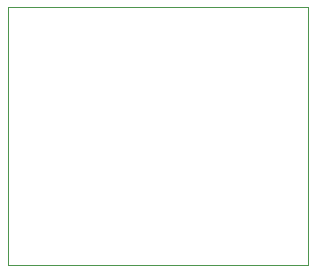
<source format=gbr>
G04 (created by PCBNEW (2013-07-07 BZR 4022)-stable) date 2/02/2014 9:55:01 p.m.*
%MOIN*%
G04 Gerber Fmt 3.4, Leading zero omitted, Abs format*
%FSLAX34Y34*%
G01*
G70*
G90*
G04 APERTURE LIST*
%ADD10C,0.00590551*%
%ADD11C,0.00393701*%
G04 APERTURE END LIST*
G54D10*
G54D11*
X56100Y-43100D02*
G75*
G03X56100Y-43100I0J0D01*
G74*
G01*
X56099Y-43100D02*
X56100Y-43100D01*
X56100Y-43099D02*
X56100Y-43100D01*
X56100Y-43100D02*
X56100Y-34500D01*
X66100Y-43100D02*
X56100Y-43100D01*
X66100Y-34500D02*
X66100Y-43100D01*
X56100Y-34500D02*
X66100Y-34500D01*
M02*

</source>
